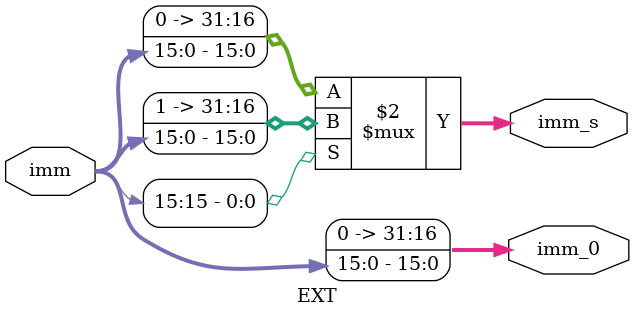
<source format=v>
`timescale 1ns / 1ps
module EXT(
    input [15:0] imm,
    output [31:0] imm_0,
    output [31:0] imm_s
    );
assign imm_0={16'h0000,imm};
assign imm_s=(imm[15]==0)?{16'h0000,imm}:{16'hffff,imm};

endmodule

</source>
